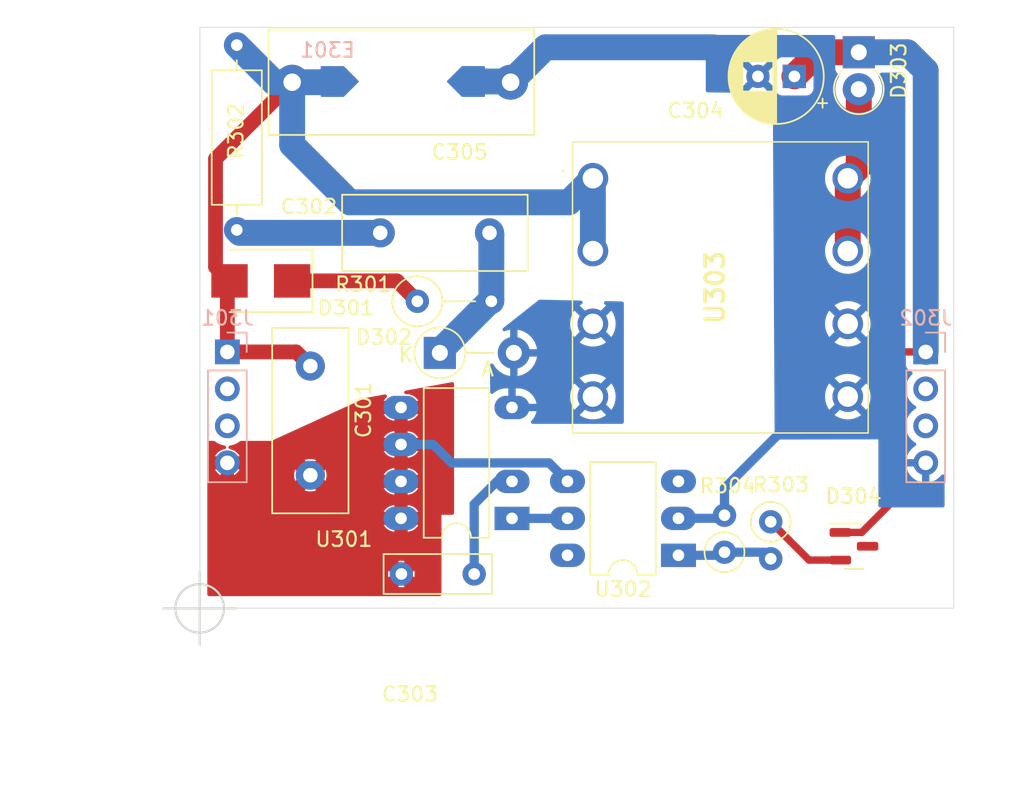
<source format=kicad_pcb>
(kicad_pcb (version 20210228) (generator pcbnew)
  (layers (0 "F.Cu" signal) (31 "B.Cu" signal) (34 "B.Paste" user) (35 "F.Paste" user) (36 "B.SilkS" user "B.Silkscreen") (37 "F.SilkS" user "F.Silkscreen") (38 "B.Mask" user) (39 "F.Mask" user) (44 "Edge.Cuts" user))
  (net 0 "")
  (net 1 "+VB")
  (net 2 "GNDPWR")
  (net 3 "Net-(C302-Pad2)")
  (net 4 "Net-(C303-Pad1)")
  (net 5 "+Vcc")
  (net 6 "GND")
  (net 7 "Net-(C302-Pad1)")
  (net 8 "Net-(D302-Pad2)")
  (net 9 "Net-(D303-Pad2)")
  (net 11 "Net-(D301-Pad1)")
  (net 12 "Net-(U301-Pad1)")
  (net 15 "Net-(D304-Pad2)")
  (net 16 "Net-(R303-Pad2)")
  (footprint "Capacitor_THT:C_Disc_D12.5mm_W5.0mm_P7.50mm" (layer "F.Cu") (at 90.6 86.85)
    (fp_text reference "C302" (at -4.9 -1.8) (layer "F.SilkS"))
    (fp_text value "10n 1kV")
    (fp_line (start 10.12 -2.62) (end 10.12 2.62) (layer "F.SilkS") (width 0.12))
    (fp_line (start -2.62 2.62) (end 10.12 2.62) (layer "F.SilkS") (width 0.12))
    (fp_line (start -2.62 -2.62) (end -2.62 2.62) (layer "F.SilkS") (width 0.12))
    (fp_line (start -2.62 -2.62) (end 10.12 -2.62) (layer "F.SilkS") (width 0.12))
    (pad "1" thru_hole circle (at 0 0) (size 2 2) (drill 1) (layers *.Cu *.Mask) (net 7 "Net-(C302-Pad1)"))
    (pad "2" thru_hole circle (at 7.5 0) (size 2 2) (drill 1) (layers *.Cu *.Mask) (net 3 "Net-(C302-Pad2)"))
  )
  (footprint "Capacitor_THT:C_Rect_L7.2mm_W2.5mm_P5.00mm_FKS2_FKP2_MKS2_MKP2" (layer "F.Cu") (at 97.0492 110.285 180)
    (fp_text reference "C303" (at 4.405 -8.255) (layer "F.SilkS"))
    (fp_text value "100n")
    (fp_line (start 6.22 -1.37) (end 6.22 1.37) (layer "F.SilkS") (width 0.12))
    (fp_line (start -1.22 -1.37) (end -1.22 1.37) (layer "F.SilkS") (width 0.12))
    (fp_line (start -1.22 -1.37) (end 6.22 -1.37) (layer "F.SilkS") (width 0.12))
    (fp_line (start -1.22 1.37) (end 6.22 1.37) (layer "F.SilkS") (width 0.12))
    (pad "1" thru_hole circle (at 0 0 180) (size 1.6 1.6) (drill 0.8) (layers *.Cu *.Mask) (net 4 "Net-(C303-Pad1)"))
    (pad "2" thru_hole circle (at 5 0 180) (size 1.6 1.6) (drill 0.8) (layers *.Cu *.Mask) (net 2 "GNDPWR"))
  )
  (footprint "Capacitor_THT:CP_Radial_D6.3mm_P2.50mm" (layer "F.Cu") (at 119.03238 76.1 180)
    (fp_text reference "C304" (at 6.78238 -2.35) (layer "F.SilkS"))
    (fp_text value "47µ 20V")
    (fp_line (start 2.171 -3.098) (end 2.171 -1.04) (layer "F.SilkS") (width 0.12))
    (fp_line (start 1.33 -3.23) (end 1.33 3.23) (layer "F.SilkS") (width 0.12))
    (fp_line (start 1.81 1.04) (end 1.81 3.182) (layer "F.SilkS") (width 0.12))
    (fp_line (start 3.651 -2.182) (end 3.651 2.182) (layer "F.SilkS") (width 0.12))
    (fp_line (start 2.411 1.04) (end 2.411 3.018) (layer "F.SilkS") (width 0.12))
    (fp_line (start 1.73 1.04) (end 1.73 3.195) (layer "F.SilkS") (width 0.12))
    (fp_line (start 3.891 -1.89) (end 3.891 1.89) (layer "F.SilkS") (width 0.12))
    (fp_line (start 2.091 -3.121) (end 2.091 -1.04) (layer "F.SilkS") (width 0.12))
    (fp_line (start 2.851 1.04) (end 2.851 2.812) (layer "F.SilkS") (width 0.12))
    (fp_line (start 4.171 -1.432) (end 4.171 1.432) (layer "F.SilkS") (width 0.12))
    (fp_line (start 1.49 1.04) (end 1.49 3.222) (layer "F.SilkS") (width 0.12))
    (fp_line (start 2.091 1.04) (end 2.091 3.121) (layer "F.SilkS") (width 0.12))
    (fp_line (start 3.611 -2.224) (end 3.611 2.224) (layer "F.SilkS") (width 0.12))
    (fp_line (start 2.811 1.04) (end 2.811 2.834) (layer "F.SilkS") (width 0.12))
    (fp_line (start 2.611 -2.934) (end 2.611 -1.04) (layer "F.SilkS") (width 0.12))
    (fp_line (start 1.93 1.04) (end 1.93 3.159) (layer "F.SilkS") (width 0.12))
    (fp_line (start 2.571 1.04) (end 2.571 2.952) (layer "F.SilkS") (width 0.12))
    (fp_line (start 2.491 1.04) (end 2.491 2.986) (layer "F.SilkS") (width 0.12))
    (fp_line (start 2.371 1.04) (end 2.371 3.033) (layer "F.SilkS") (width 0.12))
    (fp_line (start 3.771 -2.044) (end 3.771 2.044) (layer "F.SilkS") (width 0.12))
    (fp_line (start 1.85 -3.175) (end 1.85 -1.04) (layer "F.SilkS") (width 0.12))
    (fp_line (start 2.651 -2.916) (end 2.651 -1.04) (layer "F.SilkS") (width 0.12))
    (fp_line (start 1.37 -3.228) (end 1.37 3.228) (layer "F.SilkS") (width 0.12))
    (fp_line (start 3.051 -2.69) (end 3.051 -1.04) (layer "F.SilkS") (width 0.12))
    (fp_line (start 4.091 -1.581) (end 4.091 1.581) (layer "F.SilkS") (width 0.12))
    (fp_line (start 2.131 1.04) (end 2.131 3.11) (layer "F.SilkS") (width 0.12))
    (fp_line (start 4.011 -1.714) (end 4.011 1.714) (layer "F.SilkS") (width 0.12))
    (fp_line (start 2.731 -2.876) (end 2.731 -1.04) (layer "F.SilkS") (width 0.12))
    (fp_line (start 3.371 -2.45) (end 3.371 -1.04) (layer "F.SilkS") (width 0.12))
    (fp_line (start 3.971 -1.776) (end 3.971 1.776) (layer "F.SilkS") (width 0.12))
    (fp_line (start 3.451 -2.38) (end 3.451 -1.04) (layer "F.SilkS") (width 0.12))
    (fp_line (start 3.851 -1.944) (end 3.851 1.944) (layer "F.SilkS") (width 0.12))
    (fp_line (start 2.291 -3.061) (end 2.291 -1.04) (layer "F.SilkS") (width 0.12))
    (fp_line (start 1.69 -3.201) (end 1.69 -1.04) (layer "F.SilkS") (width 0.12))
    (fp_line (start 2.931 -2.766) (end 2.931 -1.04) (layer "F.SilkS") (width 0.12))
    (fp_line (start 3.131 -2.636) (end 3.131 -1.04) (layer "F.SilkS") (width 0.12))
    (fp_line (start 3.291 -2.516) (end 3.291 -1.04) (layer "F.SilkS") (width 0.12))
    (fp_line (start 3.371 1.04) (end 3.371 2.45) (layer "F.SilkS") (width 0.12))
    (fp_line (start 3.331 1.04) (end 3.331 2.484) (layer "F.SilkS") (width 0.12))
    (fp_line (start 1.85 1.04) (end 1.85 3.175) (layer "F.SilkS") (width 0.12))
    (fp_line (start 4.331 -1.059) (end 4.331 1.059) (layer "F.SilkS") (width 0.12))
    (fp_line (start 2.891 1.04) (end 2.891 2.79) (layer "F.SilkS") (width 0.12))
    (fp_line (start 2.731 1.04) (end 2.731 2.876) (layer "F.SilkS") (width 0.12))
    (fp_line (start 2.371 -3.033) (end 2.371 -1.04) (layer "F.SilkS") (width 0.12))
    (fp_line (start 2.251 1.04) (end 2.251 3.074) (layer "F.SilkS") (width 0.12))
    (fp_line (start 2.771 -2.856) (end 2.771 -1.04) (layer "F.SilkS") (width 0.12))
    (fp_line (start 1.971 -3.15) (end 1.971 -1.04) (layer "F.SilkS") (width 0.12))
    (fp_line (start 2.611 1.04) (end 2.611 2.934) (layer "F.SilkS") (width 0.12))
    (fp_line (start 3.331 -2.484) (end 3.331 -1.04) (layer "F.SilkS") (width 0.12))
    (fp_line (start 2.051 -3.131) (end 2.051 -1.04) (layer "F.SilkS") (width 0.12))
    (fp_line (start 2.451 1.04) (end 2.451 3.002) (layer "F.SilkS") (width 0.12))
    (fp_line (start 2.931 1.04) (end 2.931 2.766) (layer "F.SilkS") (width 0.12))
    (fp_line (start 3.251 1.04) (end 3.251 2.548) (layer "F.SilkS") (width 0.12))
    (fp_line (start 1.65 1.04) (end 1.65 3.206) (layer "F.SilkS") (width 0.12))
    (fp_line (start 4.451 -0.633) (end 4.451 0.633) (layer "F.SilkS") (width 0.12))
    (fp_line (start 2.011 -3.141) (end 2.011 -1.04) (layer "F.SilkS") (width 0.12))
    (fp_line (start -2.250241 -1.839) (end -1.620241 -1.839) (layer "F.SilkS") (width 0.12))
    (fp_line (start 1.61 -3.211) (end 1.61 -1.04) (layer "F.SilkS") (width 0.12))
    (fp_line (start 3.171 -2.607) (end 3.171 -1.04) (layer "F.SilkS") (width 0.12))
    (fp_line (start 2.891 -2.79) (end 2.891 -1.04) (layer "F.SilkS") (width 0.12))
    (fp_line (start 3.811 -1.995) (end 3.811 1.995) (layer "F.SilkS") (width 0.12))
    (fp_line (start 4.131 -1.509) (end 4.131 1.509) (layer "F.SilkS") (width 0.12))
    (fp_line (start 2.211 1.04) (end 2.211 3.086) (layer "F.SilkS") (width 0.12))
    (fp_line (start 2.971 1.04) (end 2.971 2.742) (layer "F.SilkS") (width 0.12))
    (fp_line (start 2.531 -2.97) (end 2.531 -1.04) (layer "F.SilkS") (width 0.12))
    (fp_line (start 2.531 1.04) (end 2.531 2.97) (layer "F.SilkS") (width 0.12))
    (fp_line (start 1.81 -3.182) (end 1.81 -1.04) (layer "F.SilkS") (width 0.12))
    (fp_line (start 3.411 1.04) (end 3.411 2.416) (layer "F.SilkS") (width 0.12))
    (fp_line (start 2.211 -3.086) (end 2.211 -1.04) (layer "F.SilkS") (width 0.12))
    (fp_line (start 2.011 1.04) (end 2.011 3.141) (layer "F.SilkS") (width 0.12))
    (fp_line (start 2.411 -3.018) (end 2.411 -1.04) (layer "F.SilkS") (width 0.12))
    (fp_line (start -1.935241 -2.154) (end -1.935241 -1.524) (layer "F.SilkS") (width 0.12))
    (fp_line (start 3.451 1.04) (end 3.451 2.38) (layer "F.SilkS") (width 0.12))
    (fp_line (start 1.53 1.04) (end 1.53 3.218) (layer "F.SilkS") (width 0.12))
    (fp_line (start 3.531 -2.305) (end 3.531 -1.04) (layer "F.SilkS") (width 0.12))
    (fp_line (start 3.011 1.04) (end 3.011 2.716) (layer "F.SilkS") (width 0.12))
    (fp_line (start 1.77 1.04) (end 1.77 3.189) (layer "F.SilkS") (width 0.12))
    (fp_line (start 1.41 -3.227) (end 1.41 3.227) (layer "F.SilkS") (width 0.12))
    (fp_line (start 2.491 -2.986) (end 2.491 -1.04) (layer "F.SilkS") (width 0.12))
    (fp_line (start 1.93 -3.159) (end 1.93 -1.04) (layer "F.SilkS") (width 0.12))
    (fp_line (start 1.971 1.04) (end 1.971 3.15) (layer "F.SilkS") (width 0.12))
    (fp_line (start 3.251 -2.548) (end 3.251 -1.04) (layer "F.SilkS") (width 0.12))
    (fp_line (start 4.251 -1.262) (end 4.251 1.262) (layer "F.SilkS") (width 0.12))
    (fp_line (start 3.211 1.04) (end 3.211 2.578) (layer "F.SilkS") (width 0.12))
    (fp_line (start 1.57 -3.215) (end 1.57 -1.04) (layer "F.SilkS") (width 0.12))
    (fp_line (start 2.251 -3.074) (end 2.251 -1.04) (layer "F.SilkS") (width 0.12))
    (fp_line (start 3.491 -2.343) (end 3.491 -1.04) (layer "F.SilkS") (width 0.12))
    (fp_line (start 2.691 -2.896) (end 2.691 -1.04) (layer "F.SilkS") (width 0.12))
    (fp_line (start 3.491 1.04) (end 3.491 2.343) (layer "F.SilkS") (width 0.12))
    (fp_line (start 1.65 -3.206) (end 1.65 -1.04) (layer "F.SilkS") (width 0.12))
    (fp_line (start 2.771 1.04) (end 2.771 2.856) (layer "F.SilkS") (width 0.12))
    (fp_line (start 1.45 -3.224) (end 1.45 3.224) (layer "F.SilkS") (width 0.12))
    (fp_line (start 2.971 -2.742) (end 2.971 -1.04) (layer "F.SilkS") (width 0.12))
    (fp_line (start 3.691 -2.137) (end 3.691 2.137) (layer "F.SilkS") (width 0.12))
    (fp_line (start 1.73 -3.195) (end 1.73 -1.04) (layer "F.SilkS") (width 0.12))
    (fp_line (start 2.651 1.04) (end 2.651 2.916) (layer "F.SilkS") (width 0.12))
    (fp_line (start 4.371 -0.94) (end 4.371 0.94) (layer "F.SilkS") (width 0.12))
    (fp_line (start 3.131 1.04) (end 3.131 2.636) (layer "F.SilkS") (width 0.12))
    (fp_line (start 1.49 -3.222) (end 1.49 -1.04) (layer "F.SilkS") (width 0.12))
    (fp_line (start 1.89 -3.167) (end 1.89 -1.04) (layer "F.SilkS") (width 0.12))
    (fp_line (start 1.89 1.04) (end 1.89 3.167) (layer "F.SilkS") (width 0.12))
    (fp_line (start 2.131 -3.11) (end 2.131 -1.04) (layer "F.SilkS") (width 0.12))
    (fp_line (start 3.571 -2.265) (end 3.571 2.265) (layer "F.SilkS") (width 0.12))
    (fp_line (start 4.491 -0.402) (end 4.491 0.402) (layer "F.SilkS") (width 0.12))
    (fp_line (start 1.61 1.04) (end 1.61 3.211) (layer "F.SilkS") (width 0.12))
    (fp_line (start 3.091 1.04) (end 3.091 2.664) (layer "F.SilkS") (width 0.12))
    (fp_line (start 3.171 1.04) (end 3.171 2.607) (layer "F.SilkS") (width 0.12))
    (fp_line (start 1.29 -3.23) (end 1.29 3.23) (layer "F.SilkS") (width 0.12))
    (fp_line (start 4.051 -1.65) (end 4.051 1.65) (layer "F.SilkS") (width 0.12))
    (fp_line (start 2.051 1.04) (end 2.051 3.131) (layer "F.SilkS") (width 0.12))
    (fp_line (start 2.171 1.04) (end 2.171 3.098) (layer "F.SilkS") (width 0.12))
    (fp_line (start 3.411 -2.416) (end 3.411 -1.04) (layer "F.SilkS") (width 0.12))
    (fp_line (start 2.691 1.04) (end 2.691 2.896) (layer "F.SilkS") (width 0.12))
    (fp_line (start 4.211 -1.35) (end 4.211 1.35) (layer "F.SilkS") (width 0.12))
    (fp_line (start 1.25 -3.23) (end 1.25 3.23) (layer "F.SilkS") (width 0.12))
    (fp_line (start 3.931 -1.834) (end 3.931 1.834) (layer "F.SilkS") (width 0.12))
    (fp_line (start 4.411 -0.802) (end 4.411 0.802) (layer "F.SilkS") (width 0.12))
    (fp_line (start 1.53 -3.218) (end 1.53 -1.04) (layer "F.SilkS") (width 0.12))
    (fp_line (start 2.851 -2.812) (end 2.851 -1.04) (layer "F.SilkS") (width 0.12))
    (fp_line (start 3.051 1.04) (end 3.051 2.69) (layer "F.SilkS") (width 0.12))
    (fp_line (start 3.731 -2.092) (end 3.731 2.092) (layer "F.SilkS") (width 0.12))
    (fp_line (start 2.291 1.04) (end 2.291 3.061) (layer "F.SilkS") (width 0.12))
    (fp_line (start 2.331 -3.047) (end 2.331 -1.04) (layer "F.SilkS") (width 0.12))
    (fp_line (start 2.571 -2.952) (end 2.571 -1.04) (layer "F.SilkS") (width 0.12))
    (fp_line (start 2.451 -3.002) (end 2.451 -1.04) (layer "F.SilkS") (width 0.12))
    (fp_line (start 3.011 -2.716) (end 3.011 -1.04) (layer "F.SilkS") (width 0.12))
    (fp_line (start 1.69 1.04) (end 1.69 3.201) (layer "F.SilkS") (width 0.12))
    (fp_line (start 2.811 -2.834) (end 2.811 -1.04) (layer "F.SilkS") (width 0.12))
    (fp_line (start 3.531 1.04) (end 3.531 2.305) (layer "F.SilkS") (width 0.12))
    (fp_line (start 1.57 1.04) (end 1.57 3.215) (layer "F.SilkS") (width 0.12))
    (fp_line (start 3.211 -2.578) (end 3.211 -1.04) (layer "F.SilkS") (width 0.12))
    (fp_line (start 3.091 -2.664) (end 3.091 -1.04) (layer "F.SilkS") (width 0.12))
    (fp_line (start 2.331 1.04) (end 2.331 3.047) (layer "F.SilkS") (width 0.12))
    (fp_line (start 4.291 -1.165) (end 4.291 1.165) (layer "F.SilkS") (width 0.12))
    (fp_line (start 1.77 -3.189) (end 1.77 -1.04) (layer "F.SilkS") (width 0.12))
    (fp_line (start 3.291 1.04) (end 3.291 2.516) (layer "F.SilkS") (width 0.12))
    (fp_circle (center 1.25 0) (end 4.52 0) (layer "F.SilkS") (width 0.12) (fill none))
    (pad "1" thru_hole rect (at 0 0 180) (size 1.6 1.6) (drill 0.8) (layers *.Cu *.Mask) (net 5 "+Vcc"))
    (pad "2" thru_hole circle (at 2.5 0 180) (size 1.6 1.6) (drill 0.8) (layers *.Cu *.Mask) (net 6 "GND"))
  )
  (footprint "Diode_THT:D_DO-41_SOD81_P5.08mm_Vertical_AnodeUp" (layer "F.Cu") (at 94.690818 95.0958)
    (fp_text reference "D302" (at -3.835018 -1.0818 180) (layer "F.SilkS"))
    (fp_text value "1N4007")
    (fp_text user "K" (at -2.336418 0.1374) (layer "F.SilkS"))
    (fp_text user "A" (at 3.28 1.1 180) (layer "F.SilkS"))
    (fp_line (start 1.750635 0) (end 3.68 0) (layer "F.SilkS") (width 0.12))
    (fp_circle (center 0 0) (end 1.750635 0) (layer "F.SilkS") (width 0.12) (fill none))
    (pad "1" thru_hole rect (at 0 0) (size 2.2 2.2) (drill 1.1) (layers *.Cu *.Mask) (net 3 "Net-(C302-Pad2)"))
    (pad "2" thru_hole oval (at 5.08 0) (size 2.2 2.2) (drill 1.1) (layers *.Cu *.Mask) (net 8 "Net-(D302-Pad2)"))
  )
  (footprint "Diode_THT:D_DO-41_SOD81_P2.54mm_Vertical_KathodeUp" (layer "F.Cu") (at 123.4544 74.441366 -90)
    (fp_text reference "D303" (at 1.27 -2.750635 90) (layer "F.SilkS"))
    (fp_text value "UF5404")
    (fp_arc (start 2.54 0) (end 1.228847 -1.1) (angle 276.998058) (layer "F.SilkS") (width 0.12))
    (pad "1" thru_hole rect (at 0 0 270) (size 2.2 2.2) (drill 1.1) (layers *.Cu *.Mask) (net 5 "+Vcc"))
    (pad "2" thru_hole oval (at 2.54 0 270) (size 2.2 2.2) (drill 1.1) (layers *.Cu *.Mask) (net 9 "Net-(D303-Pad2)"))
  )
  (footprint "Package_TO_SOT_SMD:SOT-23" (layer "F.Cu") (at 123.1242 108.38)
    (fp_text reference "D304" (at -0.025 -3.425) (layer "F.SilkS"))
    (fp_text value "BZX84C15")
    (fp_line (start 0 1.56) (end -0.65 1.56) (layer "F.SilkS") (width 0.12))
    (fp_line (start 0 -1.56) (end 0.65 -1.56) (layer "F.SilkS") (width 0.12))
    (fp_line (start 0 1.56) (end 0.65 1.56) (layer "F.SilkS") (width 0.12))
    (fp_line (start 0 -1.56) (end -1.675 -1.56) (layer "F.SilkS") (width 0.12))
    (pad "1" smd roundrect (at -0.9375 -0.95) (size 1.475 0.6) (layers "F.Cu" "F.Paste" "F.Mask") (net 5 "+Vcc"))
    (pad "2" smd roundrect (at -0.9375 0.95) (size 1.475 0.6) (layers "F.Cu" "F.Paste" "F.Mask") (net 15 "Net-(D304-Pad2)"))
    (pad "3" smd roundrect (at 0.9375 0) (size 1.475 0.6) (layers "F.Cu" "F.Paste" "F.Mask"))
  )
  (footprint "Resistor_THT:R_Axial_DIN0309_L9.0mm_D3.2mm_P12.70mm_Horizontal" (layer "F.Cu") (at 80.75 73.95 -90)
    (fp_text reference "R302" (at 5.9032 0.0612 90) (layer "F.SilkS"))
    (fp_text value "100")
    (fp_line (start 1.73 1.72) (end 10.97 1.72) (layer "F.SilkS") (width 0.12))
    (fp_line (start 10.97 1.72) (end 10.97 -1.72) (layer "F.SilkS") (width 0.12))
    (fp_line (start 1.73 -1.72) (end 1.73 1.72) (layer "F.SilkS") (width 0.12))
    (fp_line (start 1.04 0) (end 1.73 0) (layer "F.SilkS") (width 0.12))
    (fp_line (start 10.97 -1.72) (end 1.73 -1.72) (layer "F.SilkS") (width 0.12))
    (fp_line (start 11.66 0) (end 10.97 0) (layer "F.SilkS") (width 0.12))
    (pad "1" thru_hole circle (at 0 0 270) (size 1.6 1.6) (drill 0.8) (layers *.Cu *.Mask) (net 1 "+VB"))
    (pad "2" thru_hole oval (at 12.7 0 270) (size 1.6 1.6) (drill 0.8) (layers *.Cu *.Mask) (net 7 "Net-(C302-Pad1)"))
  )
  (footprint "Resistor_THT:R_Axial_DIN0207_L6.3mm_D2.5mm_P2.54mm_Vertical" (layer "F.Cu") (at 117.4092 106.7 -90)
    (fp_text reference "R303" (at -2.5514 -0.7008) (layer "F.SilkS"))
    (fp_text value "390 1/8W")
    (fp_line (start 1.37 0) (end 1.44 0) (layer "F.SilkS") (width 0.12))
    (fp_circle (center 0 0) (end 1.37 0) (layer "F.SilkS") (width 0.12) (fill none))
    (pad "1" thru_hole circle (at 0 0 270) (size 1.6 1.6) (drill 0.8) (layers *.Cu *.Mask) (net 15 "Net-(D304-Pad2)"))
    (pad "2" thru_hole oval (at 2.54 0 270) (size 1.6 1.6) (drill 0.8) (layers *.Cu *.Mask) (net 16 "Net-(R303-Pad2)"))
  )
  (footprint "Resistor_THT:R_Axial_DIN0207_L6.3mm_D2.5mm_P2.54mm_Vertical" (layer "F.Cu") (at 114.2342 108.79 90)
    (fp_text reference "R304" (at 4.5652 0.2182 180) (layer "F.SilkS"))
    (fp_text value "2k 1/8W")
    (fp_line (start 1.37 0) (end 1.44 0) (layer "F.SilkS") (width 0.12))
    (fp_circle (center 0 0) (end 1.37 0) (layer "F.SilkS") (width 0.12) (fill none))
    (pad "1" thru_hole circle (at 0 0 90) (size 1.6 1.6) (drill 0.8) (layers *.Cu *.Mask) (net 16 "Net-(R303-Pad2)"))
    (pad "2" thru_hole oval (at 2.54 0 90) (size 1.6 1.6) (drill 0.8) (layers *.Cu *.Mask) (net 6 "GND"))
  )
  (footprint "Package_DIP:PowerIntegrations_PDIP-8C" (layer "F.Cu") (at 99.6442 106.465 180)
    (fp_text reference "U301" (at 11.5442 -1.435) (layer "F.SilkS"))
    (fp_text value "TNY274P")
    (fp_line (start 1.56 8.95) (end 6.06 8.95) (layer "F.SilkS") (width 0.12))
    (fp_line (start 1.56 -1.33) (end 1.56 8.95) (layer "F.SilkS") (width 0.12))
    (fp_line (start 6.06 8.95) (end 6.06 -1.33) (layer "F.SilkS") (width 0.12))
    (fp_line (start 2.81 -1.33) (end 1.56 -1.33) (layer "F.SilkS") (width 0.12))
    (fp_line (start 6.06 -1.33) (end 4.81 -1.33) (layer "F.SilkS") (width 0.12))
    (fp_arc (start 3.81 -1.33) (end 2.81 -1.33) (angle -180) (layer "F.SilkS") (width 0.12))
    (pad "1" thru_hole rect (at 0 0 180) (size 2.4 1.6) (drill 0.8) (layers *.Cu *.Mask) (net 12 "Net-(U301-Pad1)"))
    (pad "2" thru_hole oval (at 0 2.54 180) (size 2.4 1.6) (drill 0.8) (layers *.Cu *.Mask) (net 4 "Net-(C303-Pad1)"))
    (pad "4" thru_hole oval (at 0 7.62 180) (size 2.4 1.6) (drill 0.8) (layers *.Cu *.Mask) (net 8 "Net-(D302-Pad2)"))
    (pad "5" thru_hole oval (at 7.62 7.62 180) (size 2.4 1.6) (drill 0.8) (layers *.Cu *.Mask) (net 2 "GNDPWR"))
    (pad "6" thru_hole oval (at 7.62 5.08 180) (size 2.4 1.6) (drill 0.8) (layers *.Cu *.Mask) (net 2 "GNDPWR"))
    (pad "7" thru_hole oval (at 7.62 2.54 180) (size 2.4 1.6) (drill 0.8) (layers *.Cu *.Mask) (net 2 "GNDPWR"))
    (pad "8" thru_hole oval (at 7.62 0 180) (size 2.4 1.6) (drill 0.8) (layers *.Cu *.Mask) (net 2 "GNDPWR"))
  )
  (footprint "Package_DIP:DIP-6_W7.62mm_LongPads" (layer "F.Cu") (at 111.0742 109 180)
    (fp_text reference "U302" (at 3.81 -2.33) (layer "F.SilkS"))
    (fp_text value "CNY17-1")
    (fp_line (start 6.06 6.41) (end 6.06 -1.33) (layer "F.SilkS") (width 0.12))
    (fp_line (start 1.56 -1.33) (end 1.56 6.41) (layer "F.SilkS") (width 0.12))
    (fp_line (start 1.56 6.41) (end 6.06 6.41) (layer "F.SilkS") (width 0.12))
    (fp_line (start 2.81 -1.33) (end 1.56 -1.33) (layer "F.SilkS") (width 0.12))
    (fp_line (start 6.06 -1.33) (end 4.81 -1.33) (layer "F.SilkS") (width 0.12))
    (fp_arc (start 3.81 -1.33) (end 2.81 -1.33) (angle -180) (layer "F.SilkS") (width 0.12))
    (pad "1" thru_hole rect (at 0 0 180) (size 2.4 1.6) (drill 0.8) (layers *.Cu *.Mask) (net 16 "Net-(R303-Pad2)"))
    (pad "2" thru_hole oval (at 0 2.54 180) (size 2.4 1.6) (drill 0.8) (layers *.Cu *.Mask) (net 6 "GND"))
    (pad "3" thru_hole oval (at 0 5.08 180) (size 2.4 1.6) (drill 0.8) (layers *.Cu *.Mask))
    (pad "4" thru_hole oval (at 7.62 5.08 180) (size 2.4 1.6) (drill 0.8) (layers *.Cu *.Mask) (net 2 "GNDPWR"))
    (pad "5" thru_hole oval (at 7.62 2.54 180) (size 2.4 1.6) (drill 0.8) (layers *.Cu *.Mask) (net 12 "Net-(U301-Pad1)"))
    (pad "6" thru_hole oval (at 7.62 0 180) (size 2.4 1.6) (drill 0.8) (layers *.Cu *.Mask))
  )
  (footprint "Capacitor_THT:C_Rect_L18.0mm_W7.0mm_P15.00mm_FKS3_FKP3" (layer "F.Cu") (at 84.55 76.5)
    (fp_text reference "C305" (at 11.5 4.8) (layer "F.SilkS"))
    (fp_text value "2n2 250Vac Y1")
    (fp_line (start -1.62 -3.62) (end -1.62 3.62) (layer "F.SilkS") (width 0.12))
    (fp_line (start 16.62 -3.62) (end 16.62 3.62) (layer "F.SilkS") (width 0.12))
    (fp_line (start -1.62 3.62) (end 16.62 3.62) (layer "F.SilkS") (width 0.12))
    (fp_line (start -1.62 -3.62) (end 16.62 -3.62) (layer "F.SilkS") (width 0.12))
    (pad "1" thru_hole circle (at 0 0) (size 2.4 2.4) (drill 1.2) (layers *.Cu *.Mask) (net 1 "+VB"))
    (pad "2" thru_hole circle (at 15 0) (size 2.4 2.4) (drill 1.2) (layers *.Cu *.Mask) (net 6 "GND"))
  )
  (footprint "Capacitor_THT:C_Disc_D12.5mm_W5.0mm_P7.50mm" (layer "F.Cu") (at 85.8 96 -90)
    (fp_text reference "C301" (at 3.0238 -3.6472 90) (layer "F.SilkS"))
    (fp_text value "22n 1kV")
    (fp_line (start 10.12 -2.62) (end 10.12 2.62) (layer "F.SilkS") (width 0.12))
    (fp_line (start -2.62 2.62) (end 10.12 2.62) (layer "F.SilkS") (width 0.12))
    (fp_line (start -2.62 -2.62) (end 10.12 -2.62) (layer "F.SilkS") (width 0.12))
    (fp_line (start -2.62 -2.62) (end -2.62 2.62) (layer "F.SilkS") (width 0.12))
    (pad "1" thru_hole circle (at 0 0 270) (size 2 2) (drill 1) (layers *.Cu *.Mask) (net 1 "+VB"))
    (pad "2" thru_hole circle (at 7.5 0 270) (size 2 2) (drill 1) (layers *.Cu *.Mask) (net 2 "GNDPWR"))
  )
  (footprint "Diode_SMD:D_SMB" (layer "F.Cu") (at 82.4 90.15 180)
    (fp_text reference "D301" (at -5.85 -1.85) (layer "F.SilkS"))
    (fp_text value "SM6T150A")
    (fp_line (start -3.55 2.15) (end 2.15 2.15) (layer "F.SilkS") (width 0.12))
    (fp_line (start -3.55 -2.15) (end -3.55 2.15) (layer "F.SilkS") (width 0.12))
    (fp_line (start -3.55 -2.15) (end 2.15 -2.15) (layer "F.SilkS") (width 0.12))
    (pad "1" smd rect (at -2.15 0 180) (size 2.5 2.3) (layers "F.Cu" "F.Paste" "F.Mask") (net 11 "Net-(D301-Pad1)"))
    (pad "2" smd rect (at 2.15 0 180) (size 2.5 2.3) (layers "F.Cu" "F.Paste" "F.Mask") (net 1 "+VB"))
  )
  (footprint "SamacSys_Parts:B66418W1008D1" (layer "F.Cu") (at 105.1992 83.1 -90)
    (fp_text reference "U303" (at 7.5 -8.4 90) (layer "F.SilkS") (effects (font (size 1.27 1.27) (thickness 0.254))))
    (fp_text value "B66418W1008D1" hide)
    (fp_line (start -2.5 1.4) (end -2.5 -18.9) (layer "F.SilkS") (width 0.1))
    (fp_line (start 17.5 -18.9) (end 17.5 1.4) (layer "F.SilkS") (width 0.1))
    (fp_line (start -2.5 -18.9) (end 17.5 -18.9) (layer "F.SilkS") (width 0.1))
    (fp_line (start -0.5 2) (end -0.5 2) (layer "F.SilkS") (width 0.1))
    (fp_line (start 17.5 1.4) (end -2.5 1.4) (layer "F.SilkS") (width 0.1))
    (fp_line (start -0.5 2.1) (end -0.5 2.1) (layer "F.SilkS") (width 0.1))
    (fp_arc (start -0.5 2.05) (end -0.5 2) (angle -180) (layer "F.SilkS") (width 0.1))
    (fp_arc (start -0.5 2.05) (end -0.5 2.1) (angle -180) (layer "F.SilkS") (width 0.1))
    (pad "1" thru_hole circle (at 0 0 270) (size 2.1 2.1) (drill 1.4) (layers *.Cu *.Mask) (net 1 "+VB"))
    (pad "2" thru_hole circle (at 5 0 270) (size 2.1 2.1) (drill 1.4) (layers *.Cu *.Mask) (net 1 "+VB"))
    (pad "3" thru_hole circle (at 10 0 270) (size 2.1 2.1) (drill 1.4) (layers *.Cu *.Mask) (net 8 "Net-(D302-Pad2)"))
    (pad "4" thru_hole circle (at 15 0 270) (size 2.1 2.1) (drill 1.4) (layers *.Cu *.Mask) (net 8 "Net-(D302-Pad2)"))
    (pad "5" thru_hole circle (at 15 -17.5 270) (size 2.1 2.1) (drill 1.4) (layers *.Cu *.Mask) (net 6 "GND"))
    (pad "6" thru_hole circle (at 10 -17.5 270) (size 2.1 2.1) (drill 1.4) (layers *.Cu *.Mask) (net 6 "GND"))
    (pad "7" thru_hole circle (at 5 -17.5 270) (size 2.1 2.1) (drill 1.4) (layers *.Cu *.Mask) (net 9 "Net-(D303-Pad2)"))
    (pad "8" thru_hole circle (at 0 -17.5 270) (size 2.1 2.1) (drill 1.4) (layers *.Cu *.Mask) (net 9 "Net-(D303-Pad2)"))
  )
  (footprint "Resistor_THT:R_Axial_DIN0309_L9.0mm_D3.2mm_P5.08mm_Vertical" (layer "F.Cu") (at 93.1458 91.55)
    (fp_text reference "R301" (at -3.7124 -1.158 180) (layer "F.SilkS"))
    (fp_text value "1k")
    (fp_line (start 1.72 0) (end 3.98 0) (layer "F.SilkS") (width 0.12))
    (fp_circle (center 0 0) (end 1.72 0) (layer "F.SilkS") (width 0.12) (fill none))
    (pad "1" thru_hole circle (at 0 0) (size 1.6 1.6) (drill 0.8) (layers *.Cu *.Mask) (net 11 "Net-(D301-Pad1)"))
    (pad "2" thru_hole oval (at 5.08 0) (size 1.6 1.6) (drill 0.8) (layers *.Cu *.Mask) (net 3 "Net-(C302-Pad2)"))
  )
  (footprint "UserLibrary:SparkGap 5000V Top" (layer "B.Cu") (at 92.0484 76.45)
    (fp_text reference "E301" (at -5.08 -2.159 unlocked) (layer "B.SilkS") (effects (justify mirror)))
    (fp_text value "SparkGap")
    (pad "1" smd custom (at -4.4798 0) (size 1 1) (layers "B.Cu" "B.Paste" "B.Mask") (net 1 "+VB") (options (clearance outline) (anchor rect)) (primitives (gr_poly (pts (xy -1 -1) (xy -1 1) (xy 0.5 1) (xy 1.5 0) (xy 0.5 -1)) (width 0.12) (fill yes))))
    (pad "2" smd custom (at 4.683 0) (size 1.524 1.524) (layers "B.Cu" "B.Paste" "B.Mask") (net 6 "GND") (options (clearance outline) (anchor rect)) (primitives (gr_poly (pts (xy -1.5 0) (xy -0.5 1) (xy 1 1) (xy 1 -1) (xy -0.5 -1)) (width 0.12) (fill yes))))
  )
  (footprint "Connector_PinHeader_2.54mm:PinHeader_1x04_P2.54mm_Vertical" (layer "B.Cu") (at 80.1 95.03 180)
    (fp_text reference "J301" (at 0 2.33) (layer "B.SilkS") (effects (justify mirror)))
    (fp_text value "Conn_01x04_Male")
    (fp_line (start -1.33 1.33) (end 0 1.33) (layer "B.SilkS") (width 0.12))
    (fp_line (start -1.33 -8.95) (end 1.33 -8.95) (layer "B.SilkS") (width 0.12))
    (fp_line (start -1.33 0) (end -1.33 1.33) (layer "B.SilkS") (width 0.12))
    (fp_line (start -1.33 -1.27) (end -1.33 -8.95) (layer "B.SilkS") (width 0.12))
    (fp_line (start 1.33 -1.27) (end 1.33 -8.95) (layer "B.SilkS") (width 0.12))
    (fp_line (start -1.33 -1.27) (end 1.33 -1.27) (layer "B.SilkS") (width 0.12))
    (pad "1" thru_hole rect (at 0 0 180) (size 1.7 1.7) (drill 1) (layers *.Cu *.Mask) (net 1 "+VB"))
    (pad "2" thru_hole oval (at 0 -2.54 180) (size 1.7 1.7) (drill 1) (layers *.Cu *.Mask))
    (pad "3" thru_hole oval (at 0 -5.08 180) (size 1.7 1.7) (drill 1) (layers *.Cu *.Mask))
    (pad "4" thru_hole oval (at 0 -7.62 180) (size 1.7 1.7) (drill 1) (layers *.Cu *.Mask) (net 2 "GNDPWR"))
  )
  (footprint "Connector_PinHeader_2.54mm:PinHeader_1x04_P2.54mm_Vertical" (layer "B.Cu") (at 128.05 95.03 180)
    (fp_text reference "J302" (at 0 2.33) (layer "B.SilkS") (effects (justify mirror)))
    (fp_text value "Conn_01x04_Male")
    (fp_line (start -1.33 -1.27) (end -1.33 -8.95) (layer "B.SilkS") (width 0.12))
    (fp_line (start -1.33 -8.95) (end 1.33 -8.95) (layer "B.SilkS") (width 0.12))
    (fp_line (start -1.33 0) (end -1.33 1.33) (layer "B.SilkS") (width 0.12))
    (fp_line (start 1.33 -1.27) (end 1.33 -8.95) (layer "B.SilkS") (width 0.12))
    (fp_line (start -1.33 -1.27) (end 1.33 -1.27) (layer "B.SilkS") (width 0.12))
    (fp_line (start -1.33 1.33) (end 0 1.33) (layer "B.SilkS") (width 0.12))
    (pad "1" thru_hole rect (at 0 0 180) (size 1.7 1.7) (drill 1) (layers *.Cu *.Mask) (net 5 "+Vcc"))
    (pad "2" thru_hole oval (at 0 -2.54 180) (size 1.7 1.7) (drill 1) (layers *.Cu *.Mask))
    (pad "3" thru_hole oval (at 0 -5.08 180) (size 1.7 1.7) (drill 1) (layers *.Cu *.Mask))
    (pad "4" thru_hole oval (at 0 -7.62 180) (size 1.7 1.7) (drill 1) (layers *.Cu *.Mask) (net 6 "GND"))
  )
  (gr_rect (start 78.217 72.7305) (end 129.9766 112.6345) (layer "Edge.Cuts") (width 0.05) (fill none))
  (target plus (at 78.2 112.65) (size 5) (width 0.15) (layer "Edge.Cuts"))
  (segment (start 80.1 90.3) (end 80.25 90.15) (width 1.016) (layer "F.Cu") (net 1))
  (segment (start 80.1 95.03) (end 84.83 95.03) (width 1.016) (layer "F.Cu") (net 1))
  (segment (start 79.289589 89.189589) (end 79.289589 81.760411) (width 1.016) (layer "F.Cu") (net 1))
  (segment (start 84.83 95.03) (end 85.8 96) (width 1.016) (layer "F.Cu") (net 1))
  (segment (start 80.1 95.03) (end 80.1 90.3) (width 1.016) (layer "F.Cu") (net 1))
  (segment (start 80.25 90.15) (end 79.289589 89.189589) (width 1.016) (layer "F.Cu") (net 1))
  (segment (start 79.289589 81.760411) (end 84.55 76.5) (width 1.016) (layer "F.Cu") (net 1))
  (segment (start 84.55 76.5) (end 87.5186 76.5) (width 1.778) (layer "B.Cu") (net 1))
  (segment (start 84.55 80.8) (end 88.5 84.75) (width 1.778) (layer "B.Cu") (net 1))
  (segment (start 84.55 76.5) (end 84.55 80.8) (width 1.778) (layer "B.Cu") (net 1))
  (segment (start 84.55 76.5) (end 83.3 76.5) (width 1.778) (layer "B.Cu") (net 1))
  (segment (start 105.1992 88.1) (end 105.1992 83.1) (width 1.778) (layer "B.Cu") (net 1))
  (segment (start 83.3 76.5) (end 80.75 73.95) (width 1.778) (layer "B.Cu") (net 1))
  (segment (start 88.5 84.75) (end 103.5492 84.75) (width 1.778) (layer "B.Cu") (net 1))
  (segment (start 103.5492 84.75) (end 105.1992 83.1) (width 1.778) (layer "B.Cu") (net 1))
  (segment (start 87.5186 76.5) (end 87.5686 76.45) (width 1.778) (layer "B.Cu") (net 1))
  (segment (start 94.22884 101.385) (end 92.0242 101.385) (width 0.635) (layer "B.Cu") (net 2))
  (segment (start 102.18928 102.65508) (end 95.49892 102.65508) (width 0.635) (layer "B.Cu") (net 2))
  (segment (start 103.4542 103.92) (end 102.18928 102.65508) (width 0.635) (layer "B.Cu") (net 2))
  (segment (start 95.49892 102.65508) (end 94.22884 101.385) (width 0.635) (layer "B.Cu") (net 2))
  (segment (start 98.2258 91.55) (end 98.2258 86.9758) (width 1.778) (layer "B.Cu") (net 3))
  (segment (start 94.690818 94.973182) (end 98.2258 91.4382) (width 1.778) (layer "B.Cu") (net 3))
  (segment (start 94.690818 95.0958) (end 94.690818 94.973182) (width 1.778) (layer "B.Cu") (net 3))
  (segment (start 98.2258 86.9758) (end 98.1 86.85) (width 1.778) (layer "B.Cu") (net 3))
  (segment (start 98.1 91.4242) (end 98.2258 91.55) (width 1.016) (layer "B.Cu") (net 3))
  (segment (start 97.0492 105.485) (end 97.0492 110.285) (width 0.635) (layer "B.Cu") (net 4))
  (segment (start 98.6092 103.925) (end 97.0492 105.485) (width 0.635) (layer "B.Cu") (net 4))
  (segment (start 99.6442 103.925) (end 98.6092 103.925) (width 0.635) (layer "B.Cu") (net 4))
  (segment (start 119.03238 76.1) (end 120.691014 74.441366) (width 1.778) (layer "F.Cu") (net 5))
  (segment (start 126.22 95.03) (end 128.05 95.03) (width 0.508) (layer "F.Cu") (net 5))
  (segment (start 120.691014 74.441366) (end 123.4544 74.441366) (width 1.778) (layer "F.Cu") (net 5))
  (segment (start 122.1867 107.43) (end 123.652 107.43) (width 0.508) (layer "F.Cu") (net 5))
  (segment (start 123.652 107.43) (end 125.857 105.225) (width 0.508) (layer "F.Cu") (net 5))
  (segment (start 125.857 95.393) (end 126.22 95.03) (width 0.508) (layer "F.Cu") (net 5))
  (segment (start 125.857 105.225) (end 125.857 95.393) (width 0.508) (layer "F.Cu") (net 5))
  (segment (start 128.05 75.7) (end 128.05 95.03) (width 1.778) (layer "B.Cu") (net 5))
  (segment (start 126.791366 74.441366) (end 123.4544 74.441366) (width 1.778) (layer "B.Cu") (net 5))
  (segment (start 128.05 75.7) (end 126.791366 74.441366) (width 1.778) (layer "B.Cu") (net 5))
  (segment (start 111.0742 106.46) (end 114.0242 106.46) (width 0.635) (layer "B.Cu") (net 6))
  (segment (start 99.5 76.45) (end 99.55 76.5) (width 1.778) (layer "B.Cu") (net 6))
  (segment (start 114.2342 106.25) (end 114.2342 104.3922) (width 0.635) (layer "B.Cu") (net 6))
  (segment (start 99.55 76.5) (end 101.95 74.1) (width 1.778) (layer "B.Cu") (net 6))
  (segment (start 122.3842 98.1) (end 122.6992 98.1) (width 0.635) (layer "B.Cu") (net 6))
  (segment (start 114.0242 106.46) (end 114.2342 106.25) (width 0.635) (layer "B.Cu") (net 6))
  (segment (start 96.7314 76.45) (end 99.5 76.45) (width 1.778) (layer "B.Cu") (net 6))
  (segment (start 114.2342 104.3922) (end 118.11 100.5164) (width 0.635) (layer "B.Cu") (net 6))
  (segment (start 101.95 74.1) (end 113.45 74.1) (width 1.778) (layer "B.Cu") (net 6))
  (segment (start 80.95 86.85) (end 90.6 86.85) (width 1.778) (layer "B.Cu") (net 7))
  (segment (start 80.75 86.65) (end 80.95 86.85) (width 1.778) (layer "B.Cu") (net 7))
  (segment (start 123.4544 82.3448) (end 122.6992 83.1) (width 1.778) (layer "F.Cu") (net 9))
  (segment (start 123.4544 76.981366) (end 123.4544 82.3448) (width 1.778) (layer "F.Cu") (net 9))
  (segment (start 122.6992 83.1) (end 122.6992 88.1) (width 1.778) (layer "F.Cu") (net 9))
  (segment (start 91.7458 90.15) (end 93.1458 91.55) (width 1.016) (layer "F.Cu") (net 11))
  (segment (start 84.55 90.15) (end 91.7458 90.15) (width 1.016) (layer "F.Cu") (net 11))
  (segment (start 99.6442 106.465) (end 103.4492 106.465) (width 0.635) (layer "B.Cu") (net 12))
  (segment (start 103.4492 106.465) (end 103.4542 106.46) (width 0.635) (layer "B.Cu") (net 12))
  (segment (start 120.0396 109.33) (end 122.1867 109.33) (width 0.508) (layer "F.Cu") (net 15))
  (segment (start 120.0394 109.3302) (end 120.0396 109.33) (width 0.508) (layer "F.Cu") (net 15))
  (segment (start 117.4092 106.7) (end 120.0394 109.3302) (width 0.508) (layer "F.Cu") (net 15))
  (segment (start 114.0242 109) (end 114.2342 108.79) (width 0.635) (layer "B.Cu") (net 16))
  (segment (start 111.0742 109) (end 114.0242 109) (width 0.635) (layer "B.Cu") (net 16))
  (segment (start 116.9592 108.79) (end 117.4092 109.24) (width 0.635) (layer "B.Cu") (net 16))
  (segment (start 114.2342 108.79) (end 116.9592 108.79) (width 0.635) (layer "B.Cu") (net 16))
  (zone (net 2) (net_name "GNDPWR") (layer "F.Cu") (connect_pads thru_hole_only (clearance 0.508)) (min_thickness 0.254) (fill yes (thermal_gap 0.108) (thermal_bridge_width 0.908))
    (polygon (pts (xy 95.6668 106.221) (xy 94.8032 106.221) (xy 94.8032 111.809) (xy 78.471 111.809) (xy 78.471 101.141) (xy 83.1192 101.141) (xy 89.55 98.2) (xy 95.6668 97.077)))
  )
  (zone (net 8) (net_name "Net-(D302-Pad2)") (layer "B.Cu") (connect_pads thru_hole_only (clearance 0.508)) (min_thickness 0.254) (fill yes (thermal_gap 0.508) (thermal_bridge_width 0.508))
    (polygon (pts (xy 107.3254 99.9726) (xy 98.156 99.9726) (xy 98.1202 94.1156) (xy 101.5088 91.4382) (xy 107.3254 91.5652)))
  )
  (zone (net 6) (net_name "GND") (layer "B.Cu") (connect_pads thru_hole_only (clearance 0.508)) (min_thickness 0.254) (fill yes (thermal_gap 0.508) (thermal_bridge_width 0.508))
    (polygon (pts (xy 129.3472 105.713) (xy 124.8006 105.713) (xy 124.8006 101.0394) (xy 117.6782 101.0498) (xy 117.55 77.25) (xy 112.95 77.2) (xy 112.95 73.25) (xy 129.339102 73.261369)))
  )
)
</source>
